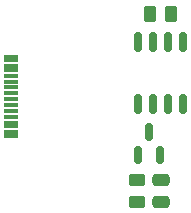
<source format=gbp>
%TF.GenerationSoftware,KiCad,Pcbnew,7.0.11-7.0.11~ubuntu22.04.1*%
%TF.CreationDate,2024-07-12T12:17:06+05:30*%
%TF.ProjectId,goodtorch,676f6f64-746f-4726-9368-2e6b69636164,rev?*%
%TF.SameCoordinates,Original*%
%TF.FileFunction,Paste,Bot*%
%TF.FilePolarity,Positive*%
%FSLAX46Y46*%
G04 Gerber Fmt 4.6, Leading zero omitted, Abs format (unit mm)*
G04 Created by KiCad (PCBNEW 7.0.11-7.0.11~ubuntu22.04.1) date 2024-07-12 12:17:06*
%MOMM*%
%LPD*%
G01*
G04 APERTURE LIST*
G04 Aperture macros list*
%AMRoundRect*
0 Rectangle with rounded corners*
0 $1 Rounding radius*
0 $2 $3 $4 $5 $6 $7 $8 $9 X,Y pos of 4 corners*
0 Add a 4 corners polygon primitive as box body*
4,1,4,$2,$3,$4,$5,$6,$7,$8,$9,$2,$3,0*
0 Add four circle primitives for the rounded corners*
1,1,$1+$1,$2,$3*
1,1,$1+$1,$4,$5*
1,1,$1+$1,$6,$7*
1,1,$1+$1,$8,$9*
0 Add four rect primitives between the rounded corners*
20,1,$1+$1,$2,$3,$4,$5,0*
20,1,$1+$1,$4,$5,$6,$7,0*
20,1,$1+$1,$6,$7,$8,$9,0*
20,1,$1+$1,$8,$9,$2,$3,0*%
G04 Aperture macros list end*
%ADD10RoundRect,0.150000X0.150000X-0.587500X0.150000X0.587500X-0.150000X0.587500X-0.150000X-0.587500X0*%
%ADD11RoundRect,0.250000X-0.475000X0.250000X-0.475000X-0.250000X0.475000X-0.250000X0.475000X0.250000X0*%
%ADD12R,1.150000X0.300000*%
%ADD13RoundRect,0.150000X-0.150000X0.675000X-0.150000X-0.675000X0.150000X-0.675000X0.150000X0.675000X0*%
%ADD14RoundRect,0.250000X0.262500X0.450000X-0.262500X0.450000X-0.262500X-0.450000X0.262500X-0.450000X0*%
%ADD15RoundRect,0.250000X-0.450000X0.262500X-0.450000X-0.262500X0.450000X-0.262500X0.450000X0.262500X0*%
G04 APERTURE END LIST*
D10*
%TO.C,Q1*%
X105262500Y-67937500D03*
X103362500Y-67937500D03*
X104312500Y-66062500D03*
%TD*%
D11*
%TO.C,C15*%
X105312500Y-70050000D03*
X105312500Y-71950000D03*
%TD*%
D12*
%TO.C,J5*%
X92670000Y-66350000D03*
X92670000Y-65550000D03*
X92670000Y-64250000D03*
X92670000Y-63250000D03*
X92670000Y-62750000D03*
X92670000Y-61750000D03*
X92670000Y-60450000D03*
X92670000Y-59650000D03*
X92670000Y-59950000D03*
X92670000Y-60750000D03*
X92670000Y-61250000D03*
X92670000Y-62250000D03*
X92670000Y-63750000D03*
X92670000Y-64750000D03*
X92670000Y-65250000D03*
X92670000Y-66050000D03*
%TD*%
D13*
%TO.C,U2*%
X103407500Y-58375000D03*
X104677500Y-58375000D03*
X105947500Y-58375000D03*
X107217500Y-58375000D03*
X107217500Y-63625000D03*
X105947500Y-63625000D03*
X104677500Y-63625000D03*
X103407500Y-63625000D03*
%TD*%
D14*
%TO.C,R19*%
X106225000Y-56000000D03*
X104400000Y-56000000D03*
%TD*%
D15*
%TO.C,R11*%
X103312500Y-70087500D03*
X103312500Y-71912500D03*
%TD*%
M02*

</source>
